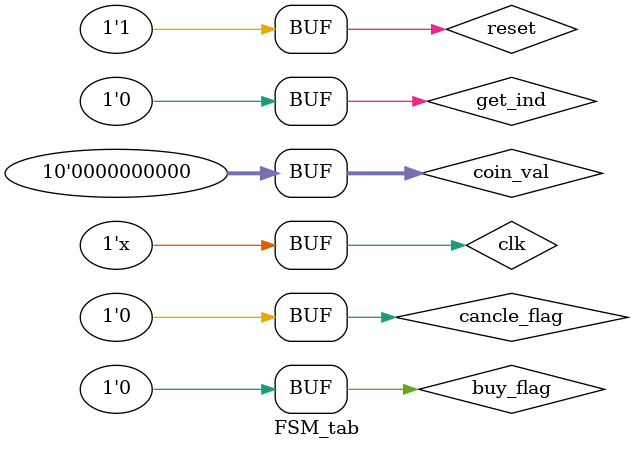
<source format=v>
`timescale 1ns / 1ps

//×´Ì¬»úÄ£¿é·ÂÕæ
module FSM_tab();
    reg clk, reset, cancle_flag, get_ind,buy_flag;
    reg [9:0] coin_val;
    wire op_start, light, light_one, light_two, hold_ind, not_enough;
    
    FSM dut(clk, reset, cancle_flag, coin_val, get_ind,buy_flag,
                 op_start, light, light_one, light_two, hold_ind, not_enough);
    
    initial begin
        clk<=0;
        reset<=0;
        cancle_flag<=0;
        coin_val<=0;
        get_ind<=0;
        buy_flag<=0;
        
        #200 reset<=1;      //¸´Î»¿ª¹ØÖÃ1£¬¿ªÊ¼¹¤×÷
        #200 coin_val<=2;   
        #200 coin_val<=4;
        #200 coin_val<=6;   //Í¶±Ò3Ôª
        #200 coin_val<=26;  //Í¶±Ò13Ôª
        #200 coin_val<=16;  //¹ºÂòÉÌÆ·2
            buy_flag<=1;    //¹ºÂòÐÅºÅÖÃ1
        #200 coin_val<=11;  //¹ºÂòÉÌÆ·1
        #200 coin_val<=1;   //¹ºÂòÉÌÆ·2
        #200 get_ind<=1;    //ÕÒÁã
             coin_val<=0;   //±ÒÖµÇåÁã
             buy_flag<=0;   //¹ºÂòÐÅºÅÖÃÁã
        #200 get_ind<=0;    
        #200 coin_val<=2;   //Í¶±Ò1Ôª
        #200 coin_val<=4;   //Í¶±Ò2Ôª
        #200 coin_val<=6;
        #200 cancle_flag<=1;    //È¡Ïû²Ù×÷
             coin_val<=0;   //±ÒÖµÇåÁã
        #200 cancle_flag<=0;
        #200 coin_val<=20;  //Í¶±Ò10Ôª
        #200 reset<=0;      //¸´Î»
            coin_val<=0;
        #200 reset<=1;
    end
    
    always #50 clk<=~clk;
    
    
endmodule

</source>
